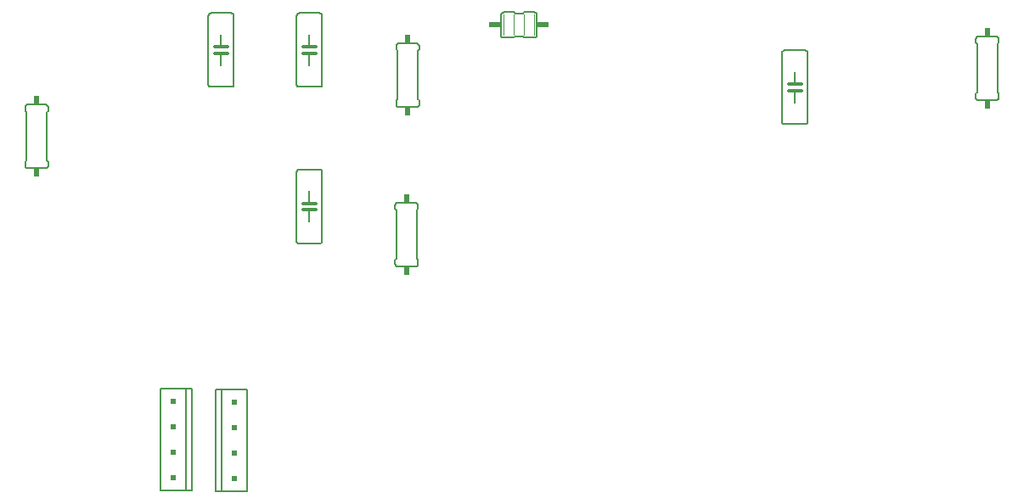
<source format=gbr>
G04 EAGLE Gerber RS-274X export*
G75*
%MOMM*%
%FSLAX34Y34*%
%LPD*%
%INSilkscreen Top*%
%IPPOS*%
%AMOC8*
5,1,8,0,0,1.08239X$1,22.5*%
G01*
%ADD10C,0.152400*%
%ADD11R,0.508000X0.508000*%
%ADD12R,0.609600X0.863600*%
%ADD13C,0.304800*%
%ADD14C,0.050800*%
%ADD15R,1.143000X0.508000*%


D10*
X135300Y167800D02*
X160700Y167800D01*
X160700Y66200D01*
X135300Y66200D01*
X135300Y167800D01*
X160700Y167800D02*
X167050Y167800D01*
X167050Y66200D01*
X160700Y66200D01*
D11*
X148000Y129700D03*
X148000Y104300D03*
X148000Y78900D03*
X148000Y155100D03*
D10*
X948570Y458790D02*
X948572Y458690D01*
X948578Y458591D01*
X948588Y458491D01*
X948601Y458393D01*
X948619Y458294D01*
X948640Y458197D01*
X948665Y458101D01*
X948694Y458005D01*
X948727Y457911D01*
X948763Y457818D01*
X948803Y457727D01*
X948847Y457637D01*
X948894Y457549D01*
X948944Y457463D01*
X948998Y457379D01*
X949055Y457297D01*
X949115Y457218D01*
X949179Y457140D01*
X949245Y457066D01*
X949314Y456994D01*
X949386Y456925D01*
X949460Y456859D01*
X949538Y456795D01*
X949617Y456735D01*
X949699Y456678D01*
X949783Y456624D01*
X949869Y456574D01*
X949957Y456527D01*
X950047Y456483D01*
X950138Y456443D01*
X950231Y456407D01*
X950325Y456374D01*
X950421Y456345D01*
X950517Y456320D01*
X950614Y456299D01*
X950713Y456281D01*
X950811Y456268D01*
X950911Y456258D01*
X951010Y456252D01*
X951110Y456250D01*
X968890Y456250D02*
X968990Y456252D01*
X969089Y456258D01*
X969189Y456268D01*
X969287Y456281D01*
X969386Y456299D01*
X969483Y456320D01*
X969579Y456345D01*
X969675Y456374D01*
X969769Y456407D01*
X969862Y456443D01*
X969953Y456483D01*
X970043Y456527D01*
X970131Y456574D01*
X970217Y456624D01*
X970301Y456678D01*
X970383Y456735D01*
X970462Y456795D01*
X970540Y456859D01*
X970614Y456925D01*
X970686Y456994D01*
X970755Y457066D01*
X970821Y457140D01*
X970885Y457218D01*
X970945Y457297D01*
X971002Y457379D01*
X971056Y457463D01*
X971106Y457549D01*
X971153Y457637D01*
X971197Y457727D01*
X971237Y457818D01*
X971273Y457911D01*
X971306Y458005D01*
X971335Y458101D01*
X971360Y458197D01*
X971381Y458294D01*
X971399Y458393D01*
X971412Y458491D01*
X971422Y458591D01*
X971428Y458690D01*
X971430Y458790D01*
X971430Y517210D02*
X971428Y517310D01*
X971422Y517409D01*
X971412Y517509D01*
X971399Y517607D01*
X971381Y517706D01*
X971360Y517803D01*
X971335Y517899D01*
X971306Y517995D01*
X971273Y518089D01*
X971237Y518182D01*
X971197Y518273D01*
X971153Y518363D01*
X971106Y518451D01*
X971056Y518537D01*
X971002Y518621D01*
X970945Y518703D01*
X970885Y518782D01*
X970821Y518860D01*
X970755Y518934D01*
X970686Y519006D01*
X970614Y519075D01*
X970540Y519141D01*
X970462Y519205D01*
X970383Y519265D01*
X970301Y519322D01*
X970217Y519376D01*
X970131Y519426D01*
X970043Y519473D01*
X969953Y519517D01*
X969862Y519557D01*
X969769Y519593D01*
X969675Y519626D01*
X969579Y519655D01*
X969483Y519680D01*
X969386Y519701D01*
X969287Y519719D01*
X969189Y519732D01*
X969089Y519742D01*
X968990Y519748D01*
X968890Y519750D01*
X951110Y519750D02*
X951010Y519748D01*
X950911Y519742D01*
X950811Y519732D01*
X950713Y519719D01*
X950614Y519701D01*
X950517Y519680D01*
X950421Y519655D01*
X950325Y519626D01*
X950231Y519593D01*
X950138Y519557D01*
X950047Y519517D01*
X949957Y519473D01*
X949869Y519426D01*
X949783Y519376D01*
X949699Y519322D01*
X949617Y519265D01*
X949538Y519205D01*
X949460Y519141D01*
X949386Y519075D01*
X949314Y519006D01*
X949245Y518934D01*
X949179Y518860D01*
X949115Y518782D01*
X949055Y518703D01*
X948998Y518621D01*
X948944Y518537D01*
X948894Y518451D01*
X948847Y518363D01*
X948803Y518273D01*
X948763Y518182D01*
X948727Y518089D01*
X948694Y517995D01*
X948665Y517899D01*
X948640Y517803D01*
X948619Y517706D01*
X948601Y517607D01*
X948588Y517509D01*
X948578Y517409D01*
X948572Y517310D01*
X948570Y517210D01*
X951110Y456250D02*
X968890Y456250D01*
X948570Y458790D02*
X948570Y462600D01*
X949840Y463870D01*
X971430Y462600D02*
X971430Y458790D01*
X971430Y462600D02*
X970160Y463870D01*
X949840Y512130D02*
X948570Y513400D01*
X949840Y512130D02*
X949840Y463870D01*
X970160Y512130D02*
X971430Y513400D01*
X970160Y512130D02*
X970160Y463870D01*
X948570Y513400D02*
X948570Y517210D01*
X971430Y517210D02*
X971430Y513400D01*
X968890Y519750D02*
X951110Y519750D01*
D12*
X960000Y524068D03*
X960000Y451932D03*
D10*
X222032Y65745D02*
X196632Y65745D01*
X196632Y167345D01*
X222032Y167345D01*
X222032Y65745D01*
X196632Y65745D02*
X190282Y65745D01*
X190282Y167345D01*
X196632Y167345D01*
D11*
X209332Y103845D03*
X209332Y129245D03*
X209332Y154645D03*
X209332Y78445D03*
D13*
X768000Y472048D02*
X774350Y472048D01*
X768000Y472048D02*
X761650Y472048D01*
D10*
X768000Y472048D02*
X768000Y484240D01*
D13*
X768000Y465698D02*
X774350Y465698D01*
X768000Y465698D02*
X761650Y465698D01*
D10*
X768000Y465698D02*
X768000Y453760D01*
X778160Y505830D02*
X757840Y505830D01*
X755300Y503290D02*
X755300Y434710D01*
X757840Y432170D02*
X778160Y432170D01*
X780700Y434710D02*
X780700Y503290D01*
X780700Y434710D02*
X780698Y434610D01*
X780692Y434511D01*
X780682Y434411D01*
X780669Y434313D01*
X780651Y434214D01*
X780630Y434117D01*
X780605Y434021D01*
X780576Y433925D01*
X780543Y433831D01*
X780507Y433738D01*
X780467Y433647D01*
X780423Y433557D01*
X780376Y433469D01*
X780326Y433383D01*
X780272Y433299D01*
X780215Y433217D01*
X780155Y433138D01*
X780091Y433060D01*
X780025Y432986D01*
X779956Y432914D01*
X779884Y432845D01*
X779810Y432779D01*
X779732Y432715D01*
X779653Y432655D01*
X779571Y432598D01*
X779487Y432544D01*
X779401Y432494D01*
X779313Y432447D01*
X779223Y432403D01*
X779132Y432363D01*
X779039Y432327D01*
X778945Y432294D01*
X778849Y432265D01*
X778753Y432240D01*
X778656Y432219D01*
X778557Y432201D01*
X778459Y432188D01*
X778359Y432178D01*
X778260Y432172D01*
X778160Y432170D01*
X757840Y432170D02*
X757740Y432172D01*
X757641Y432178D01*
X757541Y432188D01*
X757443Y432201D01*
X757344Y432219D01*
X757247Y432240D01*
X757151Y432265D01*
X757055Y432294D01*
X756961Y432327D01*
X756868Y432363D01*
X756777Y432403D01*
X756687Y432447D01*
X756599Y432494D01*
X756513Y432544D01*
X756429Y432598D01*
X756347Y432655D01*
X756268Y432715D01*
X756190Y432779D01*
X756116Y432845D01*
X756044Y432914D01*
X755975Y432986D01*
X755909Y433060D01*
X755845Y433138D01*
X755785Y433217D01*
X755728Y433299D01*
X755674Y433383D01*
X755624Y433469D01*
X755577Y433557D01*
X755533Y433647D01*
X755493Y433738D01*
X755457Y433831D01*
X755424Y433925D01*
X755395Y434021D01*
X755370Y434117D01*
X755349Y434214D01*
X755331Y434313D01*
X755318Y434411D01*
X755308Y434511D01*
X755302Y434610D01*
X755300Y434710D01*
X755300Y503290D02*
X755302Y503390D01*
X755308Y503489D01*
X755318Y503589D01*
X755331Y503687D01*
X755349Y503786D01*
X755370Y503883D01*
X755395Y503979D01*
X755424Y504075D01*
X755457Y504169D01*
X755493Y504262D01*
X755533Y504353D01*
X755577Y504443D01*
X755624Y504531D01*
X755674Y504617D01*
X755728Y504701D01*
X755785Y504783D01*
X755845Y504862D01*
X755909Y504940D01*
X755975Y505014D01*
X756044Y505086D01*
X756116Y505155D01*
X756190Y505221D01*
X756268Y505285D01*
X756347Y505345D01*
X756429Y505402D01*
X756513Y505456D01*
X756599Y505506D01*
X756687Y505553D01*
X756777Y505597D01*
X756868Y505637D01*
X756961Y505673D01*
X757055Y505706D01*
X757151Y505735D01*
X757247Y505760D01*
X757344Y505781D01*
X757443Y505799D01*
X757541Y505812D01*
X757641Y505822D01*
X757740Y505828D01*
X757840Y505830D01*
X778160Y505830D02*
X778260Y505828D01*
X778359Y505822D01*
X778459Y505812D01*
X778557Y505799D01*
X778656Y505781D01*
X778753Y505760D01*
X778849Y505735D01*
X778945Y505706D01*
X779039Y505673D01*
X779132Y505637D01*
X779223Y505597D01*
X779313Y505553D01*
X779401Y505506D01*
X779487Y505456D01*
X779571Y505402D01*
X779653Y505345D01*
X779732Y505285D01*
X779810Y505221D01*
X779884Y505155D01*
X779956Y505086D01*
X780025Y505014D01*
X780091Y504940D01*
X780155Y504862D01*
X780215Y504783D01*
X780272Y504701D01*
X780326Y504617D01*
X780376Y504531D01*
X780423Y504443D01*
X780467Y504353D01*
X780507Y504262D01*
X780543Y504169D01*
X780576Y504075D01*
X780605Y503979D01*
X780630Y503883D01*
X780651Y503786D01*
X780669Y503687D01*
X780682Y503589D01*
X780692Y503489D01*
X780698Y503390D01*
X780700Y503290D01*
X510780Y520840D02*
X510778Y520740D01*
X510772Y520641D01*
X510762Y520541D01*
X510749Y520443D01*
X510731Y520344D01*
X510710Y520247D01*
X510685Y520151D01*
X510656Y520055D01*
X510623Y519961D01*
X510587Y519868D01*
X510547Y519777D01*
X510503Y519687D01*
X510456Y519599D01*
X510406Y519513D01*
X510352Y519429D01*
X510295Y519347D01*
X510235Y519268D01*
X510171Y519190D01*
X510105Y519116D01*
X510036Y519044D01*
X509964Y518975D01*
X509890Y518909D01*
X509812Y518845D01*
X509733Y518785D01*
X509651Y518728D01*
X509567Y518674D01*
X509481Y518624D01*
X509393Y518577D01*
X509303Y518533D01*
X509212Y518493D01*
X509119Y518457D01*
X509025Y518424D01*
X508929Y518395D01*
X508833Y518370D01*
X508736Y518349D01*
X508637Y518331D01*
X508539Y518318D01*
X508439Y518308D01*
X508340Y518302D01*
X508240Y518300D01*
X510780Y541160D02*
X510778Y541260D01*
X510772Y541359D01*
X510762Y541459D01*
X510749Y541557D01*
X510731Y541656D01*
X510710Y541753D01*
X510685Y541849D01*
X510656Y541945D01*
X510623Y542039D01*
X510587Y542132D01*
X510547Y542223D01*
X510503Y542313D01*
X510456Y542401D01*
X510406Y542487D01*
X510352Y542571D01*
X510295Y542653D01*
X510235Y542732D01*
X510171Y542810D01*
X510105Y542884D01*
X510036Y542956D01*
X509964Y543025D01*
X509890Y543091D01*
X509812Y543155D01*
X509733Y543215D01*
X509651Y543272D01*
X509567Y543326D01*
X509481Y543376D01*
X509393Y543423D01*
X509303Y543467D01*
X509212Y543507D01*
X509119Y543543D01*
X509025Y543576D01*
X508929Y543605D01*
X508833Y543630D01*
X508736Y543651D01*
X508637Y543669D01*
X508539Y543682D01*
X508439Y543692D01*
X508340Y543698D01*
X508240Y543700D01*
X477760Y543700D02*
X477660Y543698D01*
X477561Y543692D01*
X477461Y543682D01*
X477363Y543669D01*
X477264Y543651D01*
X477167Y543630D01*
X477071Y543605D01*
X476975Y543576D01*
X476881Y543543D01*
X476788Y543507D01*
X476697Y543467D01*
X476607Y543423D01*
X476519Y543376D01*
X476433Y543326D01*
X476349Y543272D01*
X476267Y543215D01*
X476188Y543155D01*
X476110Y543091D01*
X476036Y543025D01*
X475964Y542956D01*
X475895Y542884D01*
X475829Y542810D01*
X475765Y542732D01*
X475705Y542653D01*
X475648Y542571D01*
X475594Y542487D01*
X475544Y542401D01*
X475497Y542313D01*
X475453Y542223D01*
X475413Y542132D01*
X475377Y542039D01*
X475344Y541945D01*
X475315Y541849D01*
X475290Y541753D01*
X475269Y541656D01*
X475251Y541557D01*
X475238Y541459D01*
X475228Y541359D01*
X475222Y541260D01*
X475220Y541160D01*
X475220Y520840D02*
X475222Y520740D01*
X475228Y520641D01*
X475238Y520541D01*
X475251Y520443D01*
X475269Y520344D01*
X475290Y520247D01*
X475315Y520151D01*
X475344Y520055D01*
X475377Y519961D01*
X475413Y519868D01*
X475453Y519777D01*
X475497Y519687D01*
X475544Y519599D01*
X475594Y519513D01*
X475648Y519429D01*
X475705Y519347D01*
X475765Y519268D01*
X475829Y519190D01*
X475895Y519116D01*
X475964Y519044D01*
X476036Y518975D01*
X476110Y518909D01*
X476188Y518845D01*
X476267Y518785D01*
X476349Y518728D01*
X476433Y518674D01*
X476519Y518624D01*
X476607Y518577D01*
X476697Y518533D01*
X476788Y518493D01*
X476881Y518457D01*
X476975Y518424D01*
X477071Y518395D01*
X477167Y518370D01*
X477264Y518349D01*
X477363Y518331D01*
X477461Y518318D01*
X477561Y518308D01*
X477660Y518302D01*
X477760Y518300D01*
X510780Y520840D02*
X510780Y541160D01*
X508240Y518300D02*
X498080Y518300D01*
X496810Y519570D01*
X498080Y543700D02*
X508240Y543700D01*
X498080Y543700D02*
X496810Y542430D01*
X489190Y519570D02*
X487920Y518300D01*
X489190Y519570D02*
X496810Y519570D01*
X489190Y542430D02*
X487920Y543700D01*
X489190Y542430D02*
X496810Y542430D01*
X487920Y518300D02*
X477760Y518300D01*
X477760Y543700D02*
X487920Y543700D01*
X475220Y541160D02*
X475220Y520840D01*
D14*
X498080Y520840D02*
X498080Y541160D01*
X508240Y541160D02*
X508240Y520840D01*
X477760Y520840D02*
X477760Y541160D01*
X487920Y541160D02*
X487920Y520840D01*
D15*
X469505Y531000D03*
X516495Y531000D03*
D10*
X373110Y449250D02*
X373010Y449252D01*
X372911Y449258D01*
X372811Y449268D01*
X372713Y449281D01*
X372614Y449299D01*
X372517Y449320D01*
X372421Y449345D01*
X372325Y449374D01*
X372231Y449407D01*
X372138Y449443D01*
X372047Y449483D01*
X371957Y449527D01*
X371869Y449574D01*
X371783Y449624D01*
X371699Y449678D01*
X371617Y449735D01*
X371538Y449795D01*
X371460Y449859D01*
X371386Y449925D01*
X371314Y449994D01*
X371245Y450066D01*
X371179Y450140D01*
X371115Y450218D01*
X371055Y450297D01*
X370998Y450379D01*
X370944Y450463D01*
X370894Y450549D01*
X370847Y450637D01*
X370803Y450727D01*
X370763Y450818D01*
X370727Y450911D01*
X370694Y451005D01*
X370665Y451101D01*
X370640Y451197D01*
X370619Y451294D01*
X370601Y451393D01*
X370588Y451491D01*
X370578Y451591D01*
X370572Y451690D01*
X370570Y451790D01*
X390890Y449250D02*
X390990Y449252D01*
X391089Y449258D01*
X391189Y449268D01*
X391287Y449281D01*
X391386Y449299D01*
X391483Y449320D01*
X391579Y449345D01*
X391675Y449374D01*
X391769Y449407D01*
X391862Y449443D01*
X391953Y449483D01*
X392043Y449527D01*
X392131Y449574D01*
X392217Y449624D01*
X392301Y449678D01*
X392383Y449735D01*
X392462Y449795D01*
X392540Y449859D01*
X392614Y449925D01*
X392686Y449994D01*
X392755Y450066D01*
X392821Y450140D01*
X392885Y450218D01*
X392945Y450297D01*
X393002Y450379D01*
X393056Y450463D01*
X393106Y450549D01*
X393153Y450637D01*
X393197Y450727D01*
X393237Y450818D01*
X393273Y450911D01*
X393306Y451005D01*
X393335Y451101D01*
X393360Y451197D01*
X393381Y451294D01*
X393399Y451393D01*
X393412Y451491D01*
X393422Y451591D01*
X393428Y451690D01*
X393430Y451790D01*
X393430Y510210D02*
X393428Y510310D01*
X393422Y510409D01*
X393412Y510509D01*
X393399Y510607D01*
X393381Y510706D01*
X393360Y510803D01*
X393335Y510899D01*
X393306Y510995D01*
X393273Y511089D01*
X393237Y511182D01*
X393197Y511273D01*
X393153Y511363D01*
X393106Y511451D01*
X393056Y511537D01*
X393002Y511621D01*
X392945Y511703D01*
X392885Y511782D01*
X392821Y511860D01*
X392755Y511934D01*
X392686Y512006D01*
X392614Y512075D01*
X392540Y512141D01*
X392462Y512205D01*
X392383Y512265D01*
X392301Y512322D01*
X392217Y512376D01*
X392131Y512426D01*
X392043Y512473D01*
X391953Y512517D01*
X391862Y512557D01*
X391769Y512593D01*
X391675Y512626D01*
X391579Y512655D01*
X391483Y512680D01*
X391386Y512701D01*
X391287Y512719D01*
X391189Y512732D01*
X391089Y512742D01*
X390990Y512748D01*
X390890Y512750D01*
X373110Y512750D02*
X373010Y512748D01*
X372911Y512742D01*
X372811Y512732D01*
X372713Y512719D01*
X372614Y512701D01*
X372517Y512680D01*
X372421Y512655D01*
X372325Y512626D01*
X372231Y512593D01*
X372138Y512557D01*
X372047Y512517D01*
X371957Y512473D01*
X371869Y512426D01*
X371783Y512376D01*
X371699Y512322D01*
X371617Y512265D01*
X371538Y512205D01*
X371460Y512141D01*
X371386Y512075D01*
X371314Y512006D01*
X371245Y511934D01*
X371179Y511860D01*
X371115Y511782D01*
X371055Y511703D01*
X370998Y511621D01*
X370944Y511537D01*
X370894Y511451D01*
X370847Y511363D01*
X370803Y511273D01*
X370763Y511182D01*
X370727Y511089D01*
X370694Y510995D01*
X370665Y510899D01*
X370640Y510803D01*
X370619Y510706D01*
X370601Y510607D01*
X370588Y510509D01*
X370578Y510409D01*
X370572Y510310D01*
X370570Y510210D01*
X373110Y449250D02*
X390890Y449250D01*
X370570Y451790D02*
X370570Y455600D01*
X371840Y456870D01*
X393430Y455600D02*
X393430Y451790D01*
X393430Y455600D02*
X392160Y456870D01*
X371840Y505130D02*
X370570Y506400D01*
X371840Y505130D02*
X371840Y456870D01*
X392160Y505130D02*
X393430Y506400D01*
X392160Y505130D02*
X392160Y456870D01*
X370570Y506400D02*
X370570Y510210D01*
X393430Y510210D02*
X393430Y506400D01*
X390890Y512750D02*
X373110Y512750D01*
D12*
X382000Y517068D03*
X382000Y444932D03*
D10*
X369570Y292790D02*
X369572Y292690D01*
X369578Y292591D01*
X369588Y292491D01*
X369601Y292393D01*
X369619Y292294D01*
X369640Y292197D01*
X369665Y292101D01*
X369694Y292005D01*
X369727Y291911D01*
X369763Y291818D01*
X369803Y291727D01*
X369847Y291637D01*
X369894Y291549D01*
X369944Y291463D01*
X369998Y291379D01*
X370055Y291297D01*
X370115Y291218D01*
X370179Y291140D01*
X370245Y291066D01*
X370314Y290994D01*
X370386Y290925D01*
X370460Y290859D01*
X370538Y290795D01*
X370617Y290735D01*
X370699Y290678D01*
X370783Y290624D01*
X370869Y290574D01*
X370957Y290527D01*
X371047Y290483D01*
X371138Y290443D01*
X371231Y290407D01*
X371325Y290374D01*
X371421Y290345D01*
X371517Y290320D01*
X371614Y290299D01*
X371713Y290281D01*
X371811Y290268D01*
X371911Y290258D01*
X372010Y290252D01*
X372110Y290250D01*
X389890Y290250D02*
X389990Y290252D01*
X390089Y290258D01*
X390189Y290268D01*
X390287Y290281D01*
X390386Y290299D01*
X390483Y290320D01*
X390579Y290345D01*
X390675Y290374D01*
X390769Y290407D01*
X390862Y290443D01*
X390953Y290483D01*
X391043Y290527D01*
X391131Y290574D01*
X391217Y290624D01*
X391301Y290678D01*
X391383Y290735D01*
X391462Y290795D01*
X391540Y290859D01*
X391614Y290925D01*
X391686Y290994D01*
X391755Y291066D01*
X391821Y291140D01*
X391885Y291218D01*
X391945Y291297D01*
X392002Y291379D01*
X392056Y291463D01*
X392106Y291549D01*
X392153Y291637D01*
X392197Y291727D01*
X392237Y291818D01*
X392273Y291911D01*
X392306Y292005D01*
X392335Y292101D01*
X392360Y292197D01*
X392381Y292294D01*
X392399Y292393D01*
X392412Y292491D01*
X392422Y292591D01*
X392428Y292690D01*
X392430Y292790D01*
X392430Y351210D02*
X392428Y351310D01*
X392422Y351409D01*
X392412Y351509D01*
X392399Y351607D01*
X392381Y351706D01*
X392360Y351803D01*
X392335Y351899D01*
X392306Y351995D01*
X392273Y352089D01*
X392237Y352182D01*
X392197Y352273D01*
X392153Y352363D01*
X392106Y352451D01*
X392056Y352537D01*
X392002Y352621D01*
X391945Y352703D01*
X391885Y352782D01*
X391821Y352860D01*
X391755Y352934D01*
X391686Y353006D01*
X391614Y353075D01*
X391540Y353141D01*
X391462Y353205D01*
X391383Y353265D01*
X391301Y353322D01*
X391217Y353376D01*
X391131Y353426D01*
X391043Y353473D01*
X390953Y353517D01*
X390862Y353557D01*
X390769Y353593D01*
X390675Y353626D01*
X390579Y353655D01*
X390483Y353680D01*
X390386Y353701D01*
X390287Y353719D01*
X390189Y353732D01*
X390089Y353742D01*
X389990Y353748D01*
X389890Y353750D01*
X372110Y353750D02*
X372010Y353748D01*
X371911Y353742D01*
X371811Y353732D01*
X371713Y353719D01*
X371614Y353701D01*
X371517Y353680D01*
X371421Y353655D01*
X371325Y353626D01*
X371231Y353593D01*
X371138Y353557D01*
X371047Y353517D01*
X370957Y353473D01*
X370869Y353426D01*
X370783Y353376D01*
X370699Y353322D01*
X370617Y353265D01*
X370538Y353205D01*
X370460Y353141D01*
X370386Y353075D01*
X370314Y353006D01*
X370245Y352934D01*
X370179Y352860D01*
X370115Y352782D01*
X370055Y352703D01*
X369998Y352621D01*
X369944Y352537D01*
X369894Y352451D01*
X369847Y352363D01*
X369803Y352273D01*
X369763Y352182D01*
X369727Y352089D01*
X369694Y351995D01*
X369665Y351899D01*
X369640Y351803D01*
X369619Y351706D01*
X369601Y351607D01*
X369588Y351509D01*
X369578Y351409D01*
X369572Y351310D01*
X369570Y351210D01*
X372110Y290250D02*
X389890Y290250D01*
X369570Y292790D02*
X369570Y296600D01*
X370840Y297870D01*
X392430Y296600D02*
X392430Y292790D01*
X392430Y296600D02*
X391160Y297870D01*
X370840Y346130D02*
X369570Y347400D01*
X370840Y346130D02*
X370840Y297870D01*
X391160Y346130D02*
X392430Y347400D01*
X391160Y346130D02*
X391160Y297870D01*
X369570Y347400D02*
X369570Y351210D01*
X392430Y351210D02*
X392430Y347400D01*
X389890Y353750D02*
X372110Y353750D01*
D12*
X381000Y358068D03*
X381000Y285932D03*
D13*
X290350Y509048D02*
X284000Y509048D01*
X277650Y509048D01*
D10*
X284000Y509048D02*
X284000Y521240D01*
D13*
X284000Y502698D02*
X290350Y502698D01*
X284000Y502698D02*
X277650Y502698D01*
D10*
X284000Y502698D02*
X284000Y490760D01*
X294160Y542830D02*
X273840Y542830D01*
X271300Y540290D02*
X271300Y471710D01*
X273840Y469170D02*
X294160Y469170D01*
X296700Y471710D02*
X296700Y540290D01*
X296700Y471710D02*
X296698Y471610D01*
X296692Y471511D01*
X296682Y471411D01*
X296669Y471313D01*
X296651Y471214D01*
X296630Y471117D01*
X296605Y471021D01*
X296576Y470925D01*
X296543Y470831D01*
X296507Y470738D01*
X296467Y470647D01*
X296423Y470557D01*
X296376Y470469D01*
X296326Y470383D01*
X296272Y470299D01*
X296215Y470217D01*
X296155Y470138D01*
X296091Y470060D01*
X296025Y469986D01*
X295956Y469914D01*
X295884Y469845D01*
X295810Y469779D01*
X295732Y469715D01*
X295653Y469655D01*
X295571Y469598D01*
X295487Y469544D01*
X295401Y469494D01*
X295313Y469447D01*
X295223Y469403D01*
X295132Y469363D01*
X295039Y469327D01*
X294945Y469294D01*
X294849Y469265D01*
X294753Y469240D01*
X294656Y469219D01*
X294557Y469201D01*
X294459Y469188D01*
X294359Y469178D01*
X294260Y469172D01*
X294160Y469170D01*
X273840Y469170D02*
X273740Y469172D01*
X273641Y469178D01*
X273541Y469188D01*
X273443Y469201D01*
X273344Y469219D01*
X273247Y469240D01*
X273151Y469265D01*
X273055Y469294D01*
X272961Y469327D01*
X272868Y469363D01*
X272777Y469403D01*
X272687Y469447D01*
X272599Y469494D01*
X272513Y469544D01*
X272429Y469598D01*
X272347Y469655D01*
X272268Y469715D01*
X272190Y469779D01*
X272116Y469845D01*
X272044Y469914D01*
X271975Y469986D01*
X271909Y470060D01*
X271845Y470138D01*
X271785Y470217D01*
X271728Y470299D01*
X271674Y470383D01*
X271624Y470469D01*
X271577Y470557D01*
X271533Y470647D01*
X271493Y470738D01*
X271457Y470831D01*
X271424Y470925D01*
X271395Y471021D01*
X271370Y471117D01*
X271349Y471214D01*
X271331Y471313D01*
X271318Y471411D01*
X271308Y471511D01*
X271302Y471610D01*
X271300Y471710D01*
X271300Y540290D02*
X271302Y540390D01*
X271308Y540489D01*
X271318Y540589D01*
X271331Y540687D01*
X271349Y540786D01*
X271370Y540883D01*
X271395Y540979D01*
X271424Y541075D01*
X271457Y541169D01*
X271493Y541262D01*
X271533Y541353D01*
X271577Y541443D01*
X271624Y541531D01*
X271674Y541617D01*
X271728Y541701D01*
X271785Y541783D01*
X271845Y541862D01*
X271909Y541940D01*
X271975Y542014D01*
X272044Y542086D01*
X272116Y542155D01*
X272190Y542221D01*
X272268Y542285D01*
X272347Y542345D01*
X272429Y542402D01*
X272513Y542456D01*
X272599Y542506D01*
X272687Y542553D01*
X272777Y542597D01*
X272868Y542637D01*
X272961Y542673D01*
X273055Y542706D01*
X273151Y542735D01*
X273247Y542760D01*
X273344Y542781D01*
X273443Y542799D01*
X273541Y542812D01*
X273641Y542822D01*
X273740Y542828D01*
X273840Y542830D01*
X294160Y542830D02*
X294260Y542828D01*
X294359Y542822D01*
X294459Y542812D01*
X294557Y542799D01*
X294656Y542781D01*
X294753Y542760D01*
X294849Y542735D01*
X294945Y542706D01*
X295039Y542673D01*
X295132Y542637D01*
X295223Y542597D01*
X295313Y542553D01*
X295401Y542506D01*
X295487Y542456D01*
X295571Y542402D01*
X295653Y542345D01*
X295732Y542285D01*
X295810Y542221D01*
X295884Y542155D01*
X295956Y542086D01*
X296025Y542014D01*
X296091Y541940D01*
X296155Y541862D01*
X296215Y541783D01*
X296272Y541701D01*
X296326Y541617D01*
X296376Y541531D01*
X296423Y541443D01*
X296467Y541353D01*
X296507Y541262D01*
X296543Y541169D01*
X296576Y541075D01*
X296605Y540979D01*
X296630Y540883D01*
X296651Y540786D01*
X296669Y540687D01*
X296682Y540589D01*
X296692Y540489D01*
X296698Y540390D01*
X296700Y540290D01*
D13*
X290350Y353048D02*
X284000Y353048D01*
X277650Y353048D01*
D10*
X284000Y353048D02*
X284000Y365240D01*
D13*
X284000Y346698D02*
X290350Y346698D01*
X284000Y346698D02*
X277650Y346698D01*
D10*
X284000Y346698D02*
X284000Y334760D01*
X294160Y386830D02*
X273840Y386830D01*
X271300Y384290D02*
X271300Y315710D01*
X273840Y313170D02*
X294160Y313170D01*
X296700Y315710D02*
X296700Y384290D01*
X296700Y315710D02*
X296698Y315610D01*
X296692Y315511D01*
X296682Y315411D01*
X296669Y315313D01*
X296651Y315214D01*
X296630Y315117D01*
X296605Y315021D01*
X296576Y314925D01*
X296543Y314831D01*
X296507Y314738D01*
X296467Y314647D01*
X296423Y314557D01*
X296376Y314469D01*
X296326Y314383D01*
X296272Y314299D01*
X296215Y314217D01*
X296155Y314138D01*
X296091Y314060D01*
X296025Y313986D01*
X295956Y313914D01*
X295884Y313845D01*
X295810Y313779D01*
X295732Y313715D01*
X295653Y313655D01*
X295571Y313598D01*
X295487Y313544D01*
X295401Y313494D01*
X295313Y313447D01*
X295223Y313403D01*
X295132Y313363D01*
X295039Y313327D01*
X294945Y313294D01*
X294849Y313265D01*
X294753Y313240D01*
X294656Y313219D01*
X294557Y313201D01*
X294459Y313188D01*
X294359Y313178D01*
X294260Y313172D01*
X294160Y313170D01*
X273840Y313170D02*
X273740Y313172D01*
X273641Y313178D01*
X273541Y313188D01*
X273443Y313201D01*
X273344Y313219D01*
X273247Y313240D01*
X273151Y313265D01*
X273055Y313294D01*
X272961Y313327D01*
X272868Y313363D01*
X272777Y313403D01*
X272687Y313447D01*
X272599Y313494D01*
X272513Y313544D01*
X272429Y313598D01*
X272347Y313655D01*
X272268Y313715D01*
X272190Y313779D01*
X272116Y313845D01*
X272044Y313914D01*
X271975Y313986D01*
X271909Y314060D01*
X271845Y314138D01*
X271785Y314217D01*
X271728Y314299D01*
X271674Y314383D01*
X271624Y314469D01*
X271577Y314557D01*
X271533Y314647D01*
X271493Y314738D01*
X271457Y314831D01*
X271424Y314925D01*
X271395Y315021D01*
X271370Y315117D01*
X271349Y315214D01*
X271331Y315313D01*
X271318Y315411D01*
X271308Y315511D01*
X271302Y315610D01*
X271300Y315710D01*
X271300Y384290D02*
X271302Y384390D01*
X271308Y384489D01*
X271318Y384589D01*
X271331Y384687D01*
X271349Y384786D01*
X271370Y384883D01*
X271395Y384979D01*
X271424Y385075D01*
X271457Y385169D01*
X271493Y385262D01*
X271533Y385353D01*
X271577Y385443D01*
X271624Y385531D01*
X271674Y385617D01*
X271728Y385701D01*
X271785Y385783D01*
X271845Y385862D01*
X271909Y385940D01*
X271975Y386014D01*
X272044Y386086D01*
X272116Y386155D01*
X272190Y386221D01*
X272268Y386285D01*
X272347Y386345D01*
X272429Y386402D01*
X272513Y386456D01*
X272599Y386506D01*
X272687Y386553D01*
X272777Y386597D01*
X272868Y386637D01*
X272961Y386673D01*
X273055Y386706D01*
X273151Y386735D01*
X273247Y386760D01*
X273344Y386781D01*
X273443Y386799D01*
X273541Y386812D01*
X273641Y386822D01*
X273740Y386828D01*
X273840Y386830D01*
X294160Y386830D02*
X294260Y386828D01*
X294359Y386822D01*
X294459Y386812D01*
X294557Y386799D01*
X294656Y386781D01*
X294753Y386760D01*
X294849Y386735D01*
X294945Y386706D01*
X295039Y386673D01*
X295132Y386637D01*
X295223Y386597D01*
X295313Y386553D01*
X295401Y386506D01*
X295487Y386456D01*
X295571Y386402D01*
X295653Y386345D01*
X295732Y386285D01*
X295810Y386221D01*
X295884Y386155D01*
X295956Y386086D01*
X296025Y386014D01*
X296091Y385940D01*
X296155Y385862D01*
X296215Y385783D01*
X296272Y385701D01*
X296326Y385617D01*
X296376Y385531D01*
X296423Y385443D01*
X296467Y385353D01*
X296507Y385262D01*
X296543Y385169D01*
X296576Y385075D01*
X296605Y384979D01*
X296630Y384883D01*
X296651Y384786D01*
X296669Y384687D01*
X296682Y384589D01*
X296692Y384489D01*
X296698Y384390D01*
X296700Y384290D01*
D13*
X202350Y509048D02*
X196000Y509048D01*
X189650Y509048D01*
D10*
X196000Y509048D02*
X196000Y521240D01*
D13*
X196000Y502698D02*
X202350Y502698D01*
X196000Y502698D02*
X189650Y502698D01*
D10*
X196000Y502698D02*
X196000Y490760D01*
X206160Y542830D02*
X185840Y542830D01*
X183300Y540290D02*
X183300Y471710D01*
X185840Y469170D02*
X206160Y469170D01*
X208700Y471710D02*
X208700Y540290D01*
X208700Y471710D02*
X208698Y471610D01*
X208692Y471511D01*
X208682Y471411D01*
X208669Y471313D01*
X208651Y471214D01*
X208630Y471117D01*
X208605Y471021D01*
X208576Y470925D01*
X208543Y470831D01*
X208507Y470738D01*
X208467Y470647D01*
X208423Y470557D01*
X208376Y470469D01*
X208326Y470383D01*
X208272Y470299D01*
X208215Y470217D01*
X208155Y470138D01*
X208091Y470060D01*
X208025Y469986D01*
X207956Y469914D01*
X207884Y469845D01*
X207810Y469779D01*
X207732Y469715D01*
X207653Y469655D01*
X207571Y469598D01*
X207487Y469544D01*
X207401Y469494D01*
X207313Y469447D01*
X207223Y469403D01*
X207132Y469363D01*
X207039Y469327D01*
X206945Y469294D01*
X206849Y469265D01*
X206753Y469240D01*
X206656Y469219D01*
X206557Y469201D01*
X206459Y469188D01*
X206359Y469178D01*
X206260Y469172D01*
X206160Y469170D01*
X185840Y469170D02*
X185740Y469172D01*
X185641Y469178D01*
X185541Y469188D01*
X185443Y469201D01*
X185344Y469219D01*
X185247Y469240D01*
X185151Y469265D01*
X185055Y469294D01*
X184961Y469327D01*
X184868Y469363D01*
X184777Y469403D01*
X184687Y469447D01*
X184599Y469494D01*
X184513Y469544D01*
X184429Y469598D01*
X184347Y469655D01*
X184268Y469715D01*
X184190Y469779D01*
X184116Y469845D01*
X184044Y469914D01*
X183975Y469986D01*
X183909Y470060D01*
X183845Y470138D01*
X183785Y470217D01*
X183728Y470299D01*
X183674Y470383D01*
X183624Y470469D01*
X183577Y470557D01*
X183533Y470647D01*
X183493Y470738D01*
X183457Y470831D01*
X183424Y470925D01*
X183395Y471021D01*
X183370Y471117D01*
X183349Y471214D01*
X183331Y471313D01*
X183318Y471411D01*
X183308Y471511D01*
X183302Y471610D01*
X183300Y471710D01*
X183300Y540290D02*
X183302Y540390D01*
X183308Y540489D01*
X183318Y540589D01*
X183331Y540687D01*
X183349Y540786D01*
X183370Y540883D01*
X183395Y540979D01*
X183424Y541075D01*
X183457Y541169D01*
X183493Y541262D01*
X183533Y541353D01*
X183577Y541443D01*
X183624Y541531D01*
X183674Y541617D01*
X183728Y541701D01*
X183785Y541783D01*
X183845Y541862D01*
X183909Y541940D01*
X183975Y542014D01*
X184044Y542086D01*
X184116Y542155D01*
X184190Y542221D01*
X184268Y542285D01*
X184347Y542345D01*
X184429Y542402D01*
X184513Y542456D01*
X184599Y542506D01*
X184687Y542553D01*
X184777Y542597D01*
X184868Y542637D01*
X184961Y542673D01*
X185055Y542706D01*
X185151Y542735D01*
X185247Y542760D01*
X185344Y542781D01*
X185443Y542799D01*
X185541Y542812D01*
X185641Y542822D01*
X185740Y542828D01*
X185840Y542830D01*
X206160Y542830D02*
X206260Y542828D01*
X206359Y542822D01*
X206459Y542812D01*
X206557Y542799D01*
X206656Y542781D01*
X206753Y542760D01*
X206849Y542735D01*
X206945Y542706D01*
X207039Y542673D01*
X207132Y542637D01*
X207223Y542597D01*
X207313Y542553D01*
X207401Y542506D01*
X207487Y542456D01*
X207571Y542402D01*
X207653Y542345D01*
X207732Y542285D01*
X207810Y542221D01*
X207884Y542155D01*
X207956Y542086D01*
X208025Y542014D01*
X208091Y541940D01*
X208155Y541862D01*
X208215Y541783D01*
X208272Y541701D01*
X208326Y541617D01*
X208376Y541531D01*
X208423Y541443D01*
X208467Y541353D01*
X208507Y541262D01*
X208543Y541169D01*
X208576Y541075D01*
X208605Y540979D01*
X208630Y540883D01*
X208651Y540786D01*
X208669Y540687D01*
X208682Y540589D01*
X208692Y540489D01*
X208698Y540390D01*
X208700Y540290D01*
X3110Y388250D02*
X3010Y388252D01*
X2911Y388258D01*
X2811Y388268D01*
X2713Y388281D01*
X2614Y388299D01*
X2517Y388320D01*
X2421Y388345D01*
X2325Y388374D01*
X2231Y388407D01*
X2138Y388443D01*
X2047Y388483D01*
X1957Y388527D01*
X1869Y388574D01*
X1783Y388624D01*
X1699Y388678D01*
X1617Y388735D01*
X1538Y388795D01*
X1460Y388859D01*
X1386Y388925D01*
X1314Y388994D01*
X1245Y389066D01*
X1179Y389140D01*
X1115Y389218D01*
X1055Y389297D01*
X998Y389379D01*
X944Y389463D01*
X894Y389549D01*
X847Y389637D01*
X803Y389727D01*
X763Y389818D01*
X727Y389911D01*
X694Y390005D01*
X665Y390101D01*
X640Y390197D01*
X619Y390294D01*
X601Y390393D01*
X588Y390491D01*
X578Y390591D01*
X572Y390690D01*
X570Y390790D01*
X20890Y388250D02*
X20990Y388252D01*
X21089Y388258D01*
X21189Y388268D01*
X21287Y388281D01*
X21386Y388299D01*
X21483Y388320D01*
X21579Y388345D01*
X21675Y388374D01*
X21769Y388407D01*
X21862Y388443D01*
X21953Y388483D01*
X22043Y388527D01*
X22131Y388574D01*
X22217Y388624D01*
X22301Y388678D01*
X22383Y388735D01*
X22462Y388795D01*
X22540Y388859D01*
X22614Y388925D01*
X22686Y388994D01*
X22755Y389066D01*
X22821Y389140D01*
X22885Y389218D01*
X22945Y389297D01*
X23002Y389379D01*
X23056Y389463D01*
X23106Y389549D01*
X23153Y389637D01*
X23197Y389727D01*
X23237Y389818D01*
X23273Y389911D01*
X23306Y390005D01*
X23335Y390101D01*
X23360Y390197D01*
X23381Y390294D01*
X23399Y390393D01*
X23412Y390491D01*
X23422Y390591D01*
X23428Y390690D01*
X23430Y390790D01*
X23430Y449210D02*
X23428Y449310D01*
X23422Y449409D01*
X23412Y449509D01*
X23399Y449607D01*
X23381Y449706D01*
X23360Y449803D01*
X23335Y449899D01*
X23306Y449995D01*
X23273Y450089D01*
X23237Y450182D01*
X23197Y450273D01*
X23153Y450363D01*
X23106Y450451D01*
X23056Y450537D01*
X23002Y450621D01*
X22945Y450703D01*
X22885Y450782D01*
X22821Y450860D01*
X22755Y450934D01*
X22686Y451006D01*
X22614Y451075D01*
X22540Y451141D01*
X22462Y451205D01*
X22383Y451265D01*
X22301Y451322D01*
X22217Y451376D01*
X22131Y451426D01*
X22043Y451473D01*
X21953Y451517D01*
X21862Y451557D01*
X21769Y451593D01*
X21675Y451626D01*
X21579Y451655D01*
X21483Y451680D01*
X21386Y451701D01*
X21287Y451719D01*
X21189Y451732D01*
X21089Y451742D01*
X20990Y451748D01*
X20890Y451750D01*
X3110Y451750D02*
X3010Y451748D01*
X2911Y451742D01*
X2811Y451732D01*
X2713Y451719D01*
X2614Y451701D01*
X2517Y451680D01*
X2421Y451655D01*
X2325Y451626D01*
X2231Y451593D01*
X2138Y451557D01*
X2047Y451517D01*
X1957Y451473D01*
X1869Y451426D01*
X1783Y451376D01*
X1699Y451322D01*
X1617Y451265D01*
X1538Y451205D01*
X1460Y451141D01*
X1386Y451075D01*
X1314Y451006D01*
X1245Y450934D01*
X1179Y450860D01*
X1115Y450782D01*
X1055Y450703D01*
X998Y450621D01*
X944Y450537D01*
X894Y450451D01*
X847Y450363D01*
X803Y450273D01*
X763Y450182D01*
X727Y450089D01*
X694Y449995D01*
X665Y449899D01*
X640Y449803D01*
X619Y449706D01*
X601Y449607D01*
X588Y449509D01*
X578Y449409D01*
X572Y449310D01*
X570Y449210D01*
X3110Y388250D02*
X20890Y388250D01*
X570Y390790D02*
X570Y394600D01*
X1840Y395870D01*
X23430Y394600D02*
X23430Y390790D01*
X23430Y394600D02*
X22160Y395870D01*
X1840Y444130D02*
X570Y445400D01*
X1840Y444130D02*
X1840Y395870D01*
X22160Y444130D02*
X23430Y445400D01*
X22160Y444130D02*
X22160Y395870D01*
X570Y445400D02*
X570Y449210D01*
X23430Y449210D02*
X23430Y445400D01*
X20890Y451750D02*
X3110Y451750D01*
D12*
X12000Y456068D03*
X12000Y383932D03*
M02*

</source>
